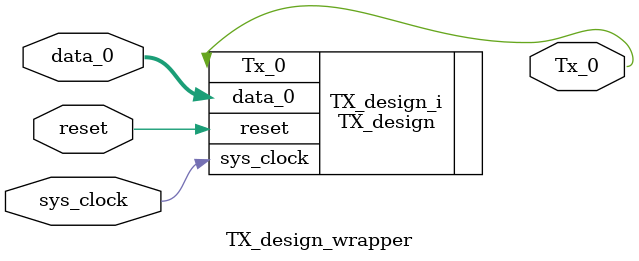
<source format=v>
`timescale 1 ps / 1 ps

module TX_design_wrapper
   (Tx_0,
    data_0,
    reset,
    sys_clock);
  output Tx_0;
  input [7:0]data_0;
  input reset;
  input sys_clock;

  wire Tx_0;
  wire [7:0]data_0;
  wire reset;
  wire sys_clock;

  TX_design TX_design_i
       (.Tx_0(Tx_0),
        .data_0(data_0),
        .reset(reset),
        .sys_clock(sys_clock));
endmodule

</source>
